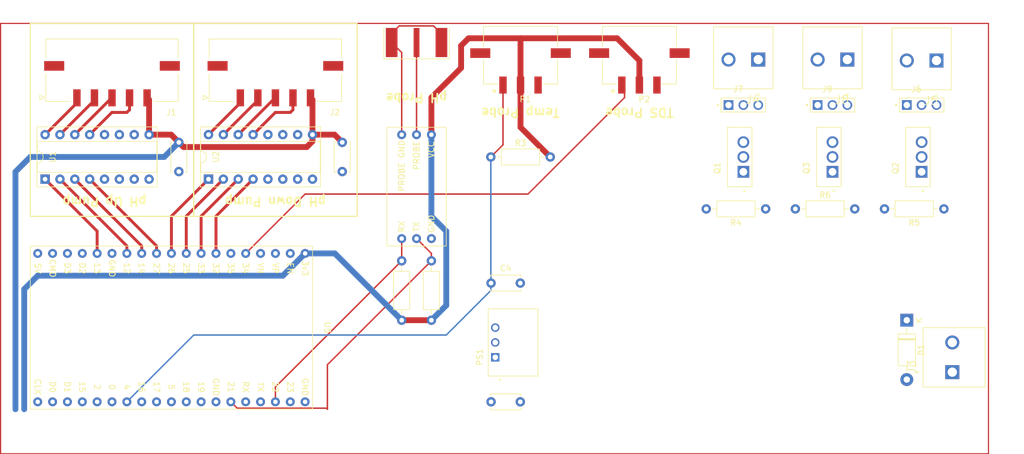
<source format=kicad_pcb>
(kicad_pcb (version 20211014) (generator pcbnew)
  (layers (0 "F.Cu" signal) (31 "B.Cu" signal) (34 "B.Paste" user) (35 "F.Paste" user) (36 "B.SilkS" user "B.Silkscreen") (37 "F.SilkS" user "F.Silkscreen") (38 "B.Mask" user) (39 "F.Mask" user) (44 "Edge.Cuts" user))
  (net 0 "")
  (net 1 "5v")
  (net 2 "GND")
  (net 3 "3v3")
  (net 16 "Net-(D1-Pad1)")
  (net 17 "Net-(U3-Pad1)")
  (net 18 "tmp")
  (net 19 "SDA")
  (net 20 "SCL")
  (net 21 "Net-(U3-Pad2)")
  (net 43 "tds")
  (net 48 "Net-(J1-Pad1)")
  (net 49 "Net-(J1-Pad2)")
  (net 52 "Net-(J1-Pad3)")
  (net 53 "Net-(J1-Pad4)")
  (net 54 "Net-(J2-Pad1)")
  (net 55 "Net-(J2-Pad2)")
  (net 58 "Net-(J2-Pad3)")
  (net 59 "Net-(J2-Pad4)")
  (net 60 "A1")
  (net 61 "B1")
  (net 62 "C1")
  (net 63 "D1")
  (net 64 "A2")
  (net 65 "B2")
  (net 66 "C2")
  (net 67 "D2")
  (net 69 "Net-(J4-Pad1)")
  (net 70 "12v")
  (net 71 "Net-(J5-Pad1)")
  (net 72 "Net-(J4-Pad2)")
  (net 73 "Nutrients")
  (net 74 "Extra")
  (net 75 "Circulation")
  (net 76 "Net-(J5-Pad2)")
  (net 77 "Net-(J8-Pad1)")
  (net 78 "Net-(J8-Pad2)")
  (footprint "Capacitor_THT:C_Disc_D5.0mm_W2.5mm_P5.00mm" (layer "F.Cu") (at 118.07 93.98 180)
    (fp_text reference "C3" hide)
    (fp_text value "C")
    (fp_line (start -0.12 -1.37) (end 5.12 -1.37) (layer "F.SilkS") (width 0.12))
    (fp_line (start -0.12 1.055) (end -0.12 1.37) (layer "F.SilkS") (width 0.12))
    (fp_line (start -0.12 1.37) (end 5.12 1.37) (layer "F.SilkS") (width 0.12))
    (fp_line (start 5.12 -1.37) (end 5.12 -1.055) (layer "F.SilkS") (width 0.12))
    (fp_line (start -0.12 -1.37) (end -0.12 -1.055) (layer "F.SilkS") (width 0.12))
    (fp_line (start 5.12 1.055) (end 5.12 1.37) (layer "F.SilkS") (width 0.12))
    (pad "1" thru_hole circle (at 0 0 180) (size 1.6 1.6) (drill 0.8) (layers *.Cu *.Mask) (net 1 "5v"))
    (pad "2" thru_hole circle (at 5 0 180) (size 1.6 1.6) (drill 0.8) (layers *.Cu *.Mask) (net 2 "GND"))
  )
  (footprint "SnapEDA Library:MOLEX_436500513" (layer "F.Cu") (at 76.2 36.83 180)
    (fp_text reference "J2" (at -10.16 -7.62) (layer "F.SilkS"))
    (fp_text value "436500513" hide)
    (fp_line (start 11.325 4.95) (end 11.325 1.68) (layer "F.SilkS") (width 0.127))
    (fp_line (start 12.35 -5.47) (end 12.35 -4.67) (layer "F.SilkS") (width 0.127))
    (fp_line (start 12.35 -4.67) (end 11.55 -5.07) (layer "F.SilkS") (width 0.127))
    (fp_line (start 11.325 -5.75) (end 7.11 -5.75) (layer "F.SilkS") (width 0.127))
    (fp_line (start 11.325 4.95) (end -11.325 4.95) (layer "F.SilkS") (width 0.127))
    (fp_line (start -11.325 -5.75) (end -11.325 -1) (layer "F.SilkS") (width 0.127))
    (fp_line (start 11.55 -5.07) (end 12.35 -5.47) (layer "F.SilkS") (width 0.127))
    (fp_line (start -11.325 -5.75) (end -7.11 -5.75) (layer "F.SilkS") (width 0.127))
    (fp_line (start 11.325 -5.75) (end 11.325 -1) (layer "F.SilkS") (width 0.127))
    (fp_line (start -11.325 1.68) (end -11.325 4.95) (layer "F.SilkS") (width 0.127))
    (pad "1" smd rect locked (at 6 -5.12 180) (size 1.27 2.92) (layers "F.Cu" "F.Paste") (net 54 "Net-(J2-Pad1)"))
    (pad "2" smd rect locked (at 3 -5.12 180) (size 1.27 2.92) (layers "F.Cu" "F.Paste") (net 55 "Net-(J2-Pad2)"))
    (pad "3" smd rect locked (at 0 -5.12 180) (size 1.27 2.92) (layers "F.Cu" "F.Paste") (net 58 "Net-(J2-Pad3)"))
    (pad "4" smd rect locked (at -3 -5.12 180) (size 1.27 2.92) (layers "F.Cu" "F.Paste") (net 59 "Net-(J2-Pad4)"))
    (pad "5" smd rect locked (at -6 -5.12 180) (size 1.27 2.92) (layers "F.Cu" "F.Paste") (net 1 "5v"))
    (pad "S1" smd rect locked (at 9.885 0.35 180) (size 3.43 1.65) (layers "F.Cu" "F.Paste"))
    (pad "S2" smd rect locked (at -9.885 0.35 180) (size 3.43 1.65) (layers "F.Cu" "F.Paste"))
  )
  (footprint "SnapEDA Library:CUI_TB009-508-02BE" (layer "F.Cu") (at 158.75 35.3975 180)
    (fp_text reference "J4" (at 0.905 -6.889) (layer "F.SilkS") (effects (font (size 1.4 1.4))))
    (fp_text value "TB009-508-02BE")
    (fp_line (start -2.54 -5) (end 7.62 -5) (layer "F.SilkS") (width 0.127))
    (fp_line (start -2.54 5.6) (end -2.54 -5) (layer "F.SilkS") (width 0.127))
    (fp_line (start 7.62 5.6) (end -2.54 5.6) (layer "F.SilkS") (width 0.127))
    (fp_line (start 7.62 -5) (end 7.62 5.6) (layer "F.SilkS") (width 0.127))
    (fp_circle (center 0 -6) (end 0.1 -6) (layer "F.SilkS") (width 0.2) (fill none))
    (pad "1" thru_hole rect locked (at 0 0 180) (size 2.4 2.4) (drill 1.6) (layers *.Cu *.Mask) (net 69 "Net-(J4-Pad1)"))
    (pad "2" thru_hole circle locked (at 5.08 0 180) (size 2.4 2.4) (drill 1.6) (layers *.Cu *.Mask) (net 72 "Net-(J4-Pad2)"))
  )
  (footprint "Capacitor_THT:C_Disc_D5.0mm_W2.5mm_P5.00mm" (layer "F.Cu") (at 59.69 49.57 -90)
    (fp_text reference "C1" hide)
    (fp_text value "10uF")
    (fp_line (start -0.12 1.055) (end -0.12 1.37) (layer "F.SilkS") (width 0.12))
    (fp_line (start -0.12 -1.37) (end 5.12 -1.37) (layer "F.SilkS") (width 0.12))
    (fp_line (start 5.12 1.055) (end 5.12 1.37) (layer "F.SilkS") (width 0.12))
    (fp_line (start -0.12 -1.37) (end -0.12 -1.055) (layer "F.SilkS") (width 0.12))
    (fp_line (start -0.12 1.37) (end 5.12 1.37) (layer "F.SilkS") (width 0.12))
    (fp_line (start 5.12 -1.37) (end 5.12 -1.055) (layer "F.SilkS") (width 0.12))
    (pad "1" thru_hole circle (at 0 0 270) (size 1.6 1.6) (drill 0.8) (layers *.Cu *.Mask) (net 1 "5v"))
    (pad "2" thru_hole circle (at 5 0 270) (size 1.6 1.6) (drill 0.8) (layers *.Cu *.Mask) (net 2 "GND"))
  )
  (footprint "Resistor_THT:R_Axial_DIN0207_L6.3mm_D2.5mm_P10.16mm_Horizontal" (layer "F.Cu") (at 190.5 60.96 180)
    (fp_text reference "R5" (at 5.08 -2.37) (layer "F.SilkS"))
    (fp_text value "1k")
    (fp_line (start 8.35 1.37) (end 8.35 -1.37) (layer "F.SilkS") (width 0.12))
    (fp_line (start 1.81 -1.37) (end 1.81 1.37) (layer "F.SilkS") (width 0.12))
    (fp_line (start 9.12 0) (end 8.35 0) (layer "F.SilkS") (width 0.12))
    (fp_line (start 8.35 -1.37) (end 1.81 -1.37) (layer "F.SilkS") (width 0.12))
    (fp_line (start 1.04 0) (end 1.81 0) (layer "F.SilkS") (width 0.12))
    (fp_line (start 1.81 1.37) (end 8.35 1.37) (layer "F.SilkS") (width 0.12))
    (pad "1" thru_hole circle (at 0 0 180) (size 1.6 1.6) (drill 0.8) (layers *.Cu *.Mask) (net 2 "GND"))
    (pad "2" thru_hole oval (at 10.16 0 180) (size 1.6 1.6) (drill 0.8) (layers *.Cu *.Mask) (net 74 "Extra"))
  )
  (footprint "SnapEDA Library:CUI_TB009-508-02BE" (layer "F.Cu") (at 191.9325 88.9 90)
    (fp_text reference "J3" (at 0.905 -6.889 90) (layer "F.SilkS") (effects (font (size 1.4 1.4))))
    (fp_text value "TB009-508-02BE")
    (fp_line (start 7.62 5.6) (end -2.54 5.6) (layer "F.SilkS") (width 0.127))
    (fp_line (start -2.54 5.6) (end -2.54 -5) (layer "F.SilkS") (width 0.127))
    (fp_line (start -2.54 -5) (end 7.62 -5) (layer "F.SilkS") (width 0.127))
    (fp_line (start 7.62 -5) (end 7.62 5.6) (layer "F.SilkS") (width 0.127))
    (fp_circle (center 0 -6) (end 0.1 -6) (layer "F.SilkS") (width 0.2) (fill none))
    (pad "1" thru_hole rect locked (at 0 0 90) (size 2.4 2.4) (drill 1.6) (layers *.Cu *.Mask) (net 1 "5v"))
    (pad "2" thru_hole circle locked (at 5.08 0 90) (size 2.4 2.4) (drill 1.6) (layers *.Cu *.Mask) (net 16 "Net-(D1-Pad1)"))
  )
  (footprint "Resistor_THT:R_Axial_DIN0207_L6.3mm_D2.5mm_P10.16mm_Horizontal" (layer "F.Cu") (at 160.02 60.96 180)
    (fp_text reference "R4" (at 5.08 -2.37) (layer "F.SilkS"))
    (fp_text value "1k")
    (fp_line (start 9.12 0) (end 8.35 0) (layer "F.SilkS") (width 0.12))
    (fp_line (start 8.35 1.37) (end 8.35 -1.37) (layer "F.SilkS") (width 0.12))
    (fp_line (start 8.35 -1.37) (end 1.81 -1.37) (layer "F.SilkS") (width 0.12))
    (fp_line (start 1.81 1.37) (end 8.35 1.37) (layer "F.SilkS") (width 0.12))
    (fp_line (start 1.81 -1.37) (end 1.81 1.37) (layer "F.SilkS") (width 0.12))
    (fp_line (start 1.04 0) (end 1.81 0) (layer "F.SilkS") (width 0.12))
    (pad "1" thru_hole circle (at 0 0 180) (size 1.6 1.6) (drill 0.8) (layers *.Cu *.Mask) (net 2 "GND"))
    (pad "2" thru_hole oval (at 10.16 0 180) (size 1.6 1.6) (drill 0.8) (layers *.Cu *.Mask) (net 73 "Nutrients"))
  )
  (footprint "Hydro:EZO" (layer "F.Cu") (at 100.33 57.15 90)
    (fp_text reference "U3" hide)
    (fp_text value "EZO")
    (fp_text user "RX" (at -6.858 -2.54 90 unlocked) (layer "F.SilkS"))
    (fp_text user "TX" (at -6.858 0 90 unlocked) (layer "F.SilkS"))
    (fp_text user "VCC" (at 6.35 2.54 90 unlocked) (layer "F.SilkS"))
    (fp_text user "GND" (at -6.35 2.54 90 unlocked) (layer "F.SilkS"))
    (fp_text user "PROBE GND" (at 3.556 -2.54 90 unlocked) (layer "F.SilkS"))
    (fp_text user "PROBE" (at 5.334 0 90 unlocked) (layer "F.SilkS"))
    (fp_rect (start 10.16 -5.08) (end -10.16 5.08) (layer "F.SilkS") (width 0.12) (fill none))
    (pad "1" thru_hole circle (at 8.89 -2.54 90) (size 1.524 1.524) (drill 0.762) (layers *.Cu *.Mask) (net 17 "Net-(U3-Pad1)"))
    (pad "2" thru_hole circle (at 8.89 0 90) (size 1.524 1.524) (drill 0.762) (layers *.Cu *.Mask) (net 21 "Net-(U3-Pad2)"))
    (pad "3" thru_hole circle (at 8.89 2.54 90) (size 1.524 1.524) (drill 0.762) (layers *.Cu *.Mask) (net 3 "3v3"))
    (pad "4" thru_hole circle (at -8.89 -2.54 90) (size 1.524 1.524) (drill 0.762) (layers *.Cu *.Mask) (net 20 "SCL"))
    (pad "5" thru_hole circle (at -8.89 0 90) (size 1.524 1.524) (drill 0.762) (layers *.Cu *.Mask) (net 19 "SDA"))
    (pad "6" thru_hole circle (at -8.89 2.54 90) (size 1.524 1.524) (drill 0.762) (layers *.Cu *.Mask) (net 2 "GND"))
  )
  (footprint "SnapEDA Library:CUI_TB009-508-02BE" (layer "F.Cu") (at 189.23 35.56 180)
    (fp_text reference "J5" (at 0.905 -6.889) (layer "F.SilkS") (effects (font (size 1.4 1.4))))
    (fp_text value "TB009-508-02BE")
    (fp_line (start 7.62 5.6) (end -2.54 5.6) (layer "F.SilkS") (width 0.127))
    (fp_line (start -2.54 5.6) (end -2.54 -5) (layer "F.SilkS") (width 0.127))
    (fp_line (start 7.62 -5) (end 7.62 5.6) (layer "F.SilkS") (width 0.127))
    (fp_line (start -2.54 -5) (end 7.62 -5) (layer "F.SilkS") (width 0.127))
    (fp_circle (center 0 -6) (end 0.1 -6) (layer "F.SilkS") (width 0.2) (fill none))
    (pad "1" thru_hole rect locked (at 0 0 180) (size 2.4 2.4) (drill 1.6) (layers *.Cu *.Mask) (net 71 "Net-(J5-Pad1)"))
    (pad "2" thru_hole circle locked (at 5.08 0 180) (size 2.4 2.4) (drill 1.6) (layers *.Cu *.Mask) (net 76 "Net-(J5-Pad2)"))
  )
  (footprint "SnapEDA Library:AMPHENOL_75160-101-03LF" (layer "F.Cu") (at 171.45 43.18)
    (fp_text reference "J9" (at -0.885 -2.71) (layer "F.SilkS"))
    (fp_text value "75160-101-03LF")
    (fp_line (start 3.81 -1.2) (end -3.81 -1.2) (layer "F.SilkS") (width 0.127))
    (fp_line (start -3.81 -1.2) (end -3.81 1.2) (layer "F.SilkS") (width 0.127))
    (fp_line (start 3.81 1.2) (end 3.81 -1.2) (layer "F.SilkS") (width 0.127))
    (fp_line (start -3.81 1.2) (end 3.81 1.2) (layer "F.SilkS") (width 0.127))
    (fp_circle (center -4.365 0) (end -4.265 0) (layer "F.SilkS") (width 0.2) (fill none))
    (pad "1" thru_hole rect locked (at -2.54 0) (size 1.65 1.65) (drill 1.1) (layers *.Cu *.Mask) (net 70 "12v"))
    (pad "2" thru_hole circle locked (at 0 0) (size 1.65 1.65) (drill 1.1) (layers *.Cu *.Mask) (net 78 "Net-(J8-Pad2)"))
    (pad "3" thru_hole circle locked (at 2.54 0) (size 1.65 1.65) (drill 1.1) (layers *.Cu *.Mask) (net 1 "5v"))
  )
  (footprint "SnapEDA Library:CUI_TB009-508-02BE" (layer "F.Cu") (at 173.99 35.3975 180)
    (fp_text reference "J8" (at 0.905 -6.889) (layer "F.SilkS") (effects (font (size 1.4 1.4))))
    (fp_text value "TB009-508-02BE")
    (fp_line (start -2.54 -5) (end 7.62 -5) (layer "F.SilkS") (width 0.127))
    (fp_line (start -2.54 5.6) (end -2.54 -5) (layer "F.SilkS") (width 0.127))
    (fp_line (start 7.62 -5) (end 7.62 5.6) (layer "F.SilkS") (width 0.127))
    (fp_line (start 7.62 5.6) (end -2.54 5.6) (layer "F.SilkS") (width 0.127))
    (fp_circle (center 0 -6) (end 0.1 -6) (layer "F.SilkS") (width 0.2) (fill none))
    (pad "1" thru_hole rect locked (at 0 0 180) (size 2.4 2.4) (drill 1.6) (layers *.Cu *.Mask) (net 77 "Net-(J8-Pad1)"))
    (pad "2" thru_hole circle locked (at 5.08 0 180) (size 2.4 2.4) (drill 1.6) (layers *.Cu *.Mask) (net 78 "Net-(J8-Pad2)"))
  )
  (footprint "43650-0313 (1):MOLEX_43650-0313" (layer "F.Cu") (at 138.43 34.29 180)
    (fp_text reference "P2" (at -0.82642 -7.89864) (layer "F.SilkS") (effects (font (size 1.001732 1.001732))))
    (fp_text value "43650-0313")
    (fp_line (start -6.325 -5.3) (end -3.9 -5.3) (layer "F.SilkS") (width 0.127))
    (fp_line (start -6.325 4.6) (end -6.325 1.075) (layer "F.SilkS") (width 0.127))
    (fp_line (start 6.325 4.6) (end -6.325 4.6) (layer "F.SilkS") (width 0.127))
    (fp_line (start -6.325 -1.075) (end -6.325 -5.3) (layer "F.SilkS") (width 0.127))
    (fp_line (start 6.325 1.075) (end 6.325 4.6) (layer "F.SilkS") (width 0.127))
    (fp_line (start 3.9 -5.3) (end 6.325 -5.3) (layer "F.SilkS") (width 0.127))
    (fp_line (start 6.325 -5.3) (end 6.325 -1.075) (layer "F.SilkS") (width 0.127))
    (fp_circle (center 4.5 -6.5) (end 4.8 -6.5) (layer "F.SilkS") (width 0) (fill solid))
    (pad "1" smd rect locked (at 3 -5.47 180) (size 1.27 2.92) (layers "F.Cu" "F.Paste" "F.Mask") (net 43 "tds"))
    (pad "2" smd rect locked (at 0 -5.47 180) (size 1.27 2.92) (layers "F.Cu" "F.Paste" "F.Mask") (net 3 "3v3"))
    (pad "3" smd rect locked (at -3 -5.47 180) (size 1.27 2.92) (layers "F.Cu" "F.Paste" "F.Mask") (net 2 "GND"))
    (pad "P1" smd rect locked (at 6.885 0 180) (size 3.43 1.65) (layers "F.Cu" "F.Paste" "F.Mask"))
    (pad "P2" smd rect locked (at -6.885 0 180) (size 3.43 1.65) (layers "F.Cu" "F.Paste" "F.Mask"))
  )
  (footprint "SnapEDA Library:AMPHENOL_75160-101-03LF" (layer "F.Cu") (at 186.69 43.18)
    (fp_text reference "J6" (at -0.885 -2.71) (layer "F.SilkS"))
    (fp_text value "75160-101-03LF")
    (fp_line (start 3.81 -1.2) (end -3.81 -1.2) (layer "F.SilkS") (width 0.127))
    (fp_line (start 3.81 1.2) (end 3.81 -1.2) (layer "F.SilkS") (width 0.127))
    (fp_line (start -3.81 1.2) (end 3.81 1.2) (layer "F.SilkS") (width 0.127))
    (fp_line (start -3.81 -1.2) (end -3.81 1.2) (layer "F.SilkS") (width 0.127))
    (fp_circle (center -4.365 0) (end -4.265 0) (layer "F.SilkS") (width 0.2) (fill none))
    (pad "1" thru_hole rect locked (at -2.54 0) (size 1.65 1.65) (drill 1.1) (layers *.Cu *.Mask) (net 70 "12v"))
    (pad "2" thru_hole circle locked (at 0 0) (size 1.65 1.65) (drill 1.1) (layers *.Cu *.Mask) (net 76 "Net-(J5-Pad2)"))
    (pad "3" thru_hole circle locked (at 2.54 0) (size 1.65 1.65) (drill 1.1) (layers *.Cu *.Mask) (net 1 "5v"))
  )
  (footprint "Package_DIP:DIP-16_W7.62mm_Socket" (layer "F.Cu") (at 64.76 55.87 90)
    (fp_text reference "U2" (at 3.81 1.28 90) (layer "F.SilkS"))
    (fp_text value "ULN2003A")
    (fp_line (start 2.81 -1.33) (end 1.16 -1.33) (layer "F.SilkS") (width 0.12))
    (fp_line (start 1.16 19.11) (end 6.46 19.11) (layer "F.SilkS") (width 0.12))
    (fp_line (start 6.46 -1.33) (end 4.81 -1.33) (layer "F.SilkS") (width 0.12))
    (fp_line (start -1.33 -1.39) (end -1.33 19.17) (layer "F.SilkS") (width 0.12))
    (fp_line (start -1.33 19.17) (end 8.95 19.17) (layer "F.SilkS") (width 0.12))
    (fp_line (start 6.46 19.11) (end 6.46 -1.33) (layer "F.SilkS") (width 0.12))
    (fp_line (start 1.16 -1.33) (end 1.16 19.11) (layer "F.SilkS") (width 0.12))
    (fp_line (start 8.95 -1.39) (end -1.33 -1.39) (layer "F.SilkS") (width 0.12))
    (fp_line (start 8.95 19.17) (end 8.95 -1.39) (layer "F.SilkS") (width 0.12))
    (fp_arc (start 4.81 -1.33) (mid 3.81 -0.33) (end 2.81 -1.33) (layer "F.SilkS") (width 0.12))
    (pad "1" thru_hole rect (at 0 0 90) (size 1.6 1.6) (drill 0.8) (layers *.Cu *.Mask) (net 64 "A2"))
    (pad "2" thru_hole oval (at 0 2.54 90) (size 1.6 1.6) (drill 0.8) (layers *.Cu *.Mask) (net 65 "B2"))
    (pad "3" thru_hole oval (at 0 5.08 90) (size 1.6 1.6) (drill 0.8) (layers *.Cu *.Mask) (net 66 "C2"))
    (pad "4" thru_hole oval (at 0 7.62 90) (size 1.6 1.6) (drill 0.8) (layers *.Cu *.Mask) (net 67 "D2"))
    (pad "5" thru_hole oval (at 0 10.16 90) (size 1.6 1.6) (drill 0.8) (layers *.Cu *.Mask))
    (pad "6" thru_hole oval (at 0 12.7 90) (size 1.6 1.6) (drill 0.8) (layers *.Cu *.Mask))
    (pad "7" thru_hole oval (at 0 15.24 90) (size 1.6 1.6) (drill 0.8) (layers *.Cu *.Mask))
    (pad "8" thru_hole oval (at 0 17.78 90) (size 1.6 1.6) (drill 0.8) (layers *.Cu *.Mask) (net 2 "GND"))
    (pad "9" thru_hole oval (at 7.62 17.78 90) (size 1.6 1.6) (drill 0.8) (layers *.Cu *.Mask) (net 1 "5v"))
    (pad "10" thru_hole oval (at 7.62 15.24 90) (size 1.6 1.6) (drill 0.8) (layers *.Cu *.Mask))
    (pad "11" thru_hole oval (at 7.62 12.7 90) (size 1.6 1.6) (drill 0.8) (layers *.Cu *.Mask))
    (pad "12" thru_hole oval (at 7.62 10.16 90) (size 1.6 1.6) (drill 0.8) (layers *.Cu *.Mask))
    (pad "13" thru_hole oval (at 7.62 7.62 90) (size 1.6 1.6) (drill 0.8) (layers *.Cu *.Mask) (net 59 "Net-(J2-Pad4)"))
    (pad "14" thru_hole oval (at 7.62 5.08 90) (size 1.6 1.6) (drill 0.8) (layers *.Cu *.Mask) (net 58 "Net-(J2-Pad3)"))
    (pad "15" thru_hole oval (at 7.62 2.54 90) (size 1.6 1.6) (drill 0.8) (layers *.Cu *.Mask) (net 55 "Net-(J2-Pad2)"))
    (pad "16" thru_hole oval (at 7.62 0 90) (size 1.6 1.6) (drill 0.8) (layers *.Cu *.Mask) (net 54 "Net-(J2-Pad1)"))
  )
  (footprint "SnapEDA Library:CONV_R-78B3.3-2.0" (layer "F.Cu") (at 116.84 83.82 90)
    (fp_text reference "PS1" (at -2.54 -5.715 90) (layer "F.SilkS"))
    (fp_text value "R-78B3.3-2.0")
    (fp_line (start 5.75 -4.25) (end -5.75 -4.25) (layer "F.SilkS") (width 0.127))
    (fp_line (start -5.75 -4.25) (end -5.75 4.25) (layer "F.SilkS") (width 0.127))
    (fp_line (start 5.75 4.25) (end 5.75 -4.25) (layer "F.SilkS") (width 0.127))
    (fp_line (start -5.75 4.25) (end 5.75 4.25) (layer "F.SilkS") (width 0.127))
    (fp_circle (center -6.35 -2.25) (end -6.25 -2.25) (layer "F.SilkS") (width 0.2) (fill none))
    (pad "1" thru_hole rect locked (at -2.54 -3.05 90) (size 1.448 1.448) (drill 0.94) (layers *.Cu *.Mask) (net 1 "5v"))
    (pad "2" thru_hole circle locked (at 0 -3.05 90) (size 1.448 1.448) (drill 0.94) (layers *.Cu *.Mask) (net 2 "GND"))
    (pad "3" thru_hole circle locked (at 2.54 -3.05 90) (size 1.448 1.448) (drill 0.94) (layers *.Cu *.Mask) (net 3 "3v3"))
  )
  (footprint "Capacitor_THT:C_Disc_D5.0mm_W2.5mm_P5.00mm" (layer "F.Cu") (at 118.07 73.66 180)
    (fp_text reference "C4" (at 2.5 2.54) (layer "F.SilkS"))
    (fp_text value "C" hide)
    (fp_line (start 5.12 1.055) (end 5.12 1.37) (layer "F.SilkS") (width 0.12))
    (fp_line (start -0.12 1.055) (end -0.12 1.37) (layer "F.SilkS") (width 0.12))
    (fp_line (start -0.12 -1.37) (end -0.12 -1.055) (layer "F.SilkS") (width 0.12))
    (fp_line (start 5.12 -1.37) (end 5.12 -1.055) (layer "F.SilkS") (width 0.12))
    (fp_line (start -0.12 -1.37) (end 5.12 -1.37) (layer "F.SilkS") (width 0.12))
    (fp_line (start -0.12 1.37) (end 5.12 1.37) (layer "F.SilkS") (width 0.12))
    (pad "1" thru_hole circle (at 0 0 180) (size 1.6 1.6) (drill 0.8) (layers *.Cu *.Mask) (net 3 "3v3"))
    (pad "2" thru_hole circle (at 5 0 180) (size 1.6 1.6) (drill 0.8) (layers *.Cu *.Mask) (net 2 "GND"))
  )
  (footprint "43650-0313 (1):MOLEX_43650-0313" (layer "F.Cu") (at 118.11 34.29 180)
    (fp_text reference "P1" (at -0.82642 -7.89864) (layer "F.SilkS") (effects (font (size 1.001732 1.001732))))
    (fp_text value "43650-0313")
    (fp_line (start 6.325 4.6) (end -6.325 4.6) (layer "F.SilkS") (width 0.127))
    (fp_line (start -6.325 -1.075) (end -6.325 -5.3) (layer "F.SilkS") (width 0.127))
    (fp_line (start -6.325 -5.3) (end -3.9 -5.3) (layer "F.SilkS") (width 0.127))
    (fp_line (start 6.325 -5.3) (end 6.325 -1.075) (layer "F.SilkS") (width 0.127))
    (fp_line (start -6.325 4.6) (end -6.325 1.075) (layer "F.SilkS") (width 0.127))
    (fp_line (start 3.9 -5.3) (end 6.325 -5.3) (layer "F.SilkS") (width 0.127))
    (fp_line (start 6.325 1.075) (end 6.325 4.6) (layer "F.SilkS") (width 0.127))
    (fp_circle (center 4.5 -6.5) (end 4.8 -6.5) (layer "F.SilkS") (width 0) (fill solid))
    (pad "1" smd rect locked (at 3 -5.47 180) (size 1.27 2.92) (layers "F.Cu" "F.Paste" "F.Mask") (net 18 "tmp"))
    (pad "2" smd rect locked (at 0 -5.47 180) (size 1.27 2.92) (layers "F.Cu" "F.Paste" "F.Mask") (net 3 "3v3"))
    (pad "3" smd rect locked (at -3 -5.47 180) (size 1.27 2.92) (layers "F.Cu" "F.Paste" "F.Mask") (net 2 "GND"))
    (pad "P1" smd rect locked (at 6.885 0 180) (size 3.43 1.65) (layers "F.Cu" "F.Paste" "F.Mask"))
    (pad "P2" smd rect locked (at -6.885 0 180) (size 3.43 1.65) (layers "F.Cu" "F.Paste" "F.Mask"))
  )
  (footprint "Capacitor_THT:C_Disc_D5.0mm_W2.5mm_P5.00mm" (layer "F.Cu") (at 87.63 49.57 -90)
    (fp_text reference "C2" hide)
    (fp_text value "10uF")
    (fp_line (start 5.12 1.055) (end 5.12 1.37) (layer "F.SilkS") (width 0.12))
    (fp_line (start 5.12 -1.37) (end 5.12 -1.055) (layer "F.SilkS") (width 0.12))
    (fp_line (start -0.12 1.055) (end -0.12 1.37) (layer "F.SilkS") (width 0.12))
    (fp_line (start -0.12 1.37) (end 5.12 1.37) (layer "F.SilkS") (width 0.12))
    (fp_line (start -0.12 -1.37) (end 5.12 -1.37) (layer "F.SilkS") (width 0.12))
    (fp_line (start -0.12 -1.37) (end -0.12 -1.055) (layer "F.SilkS") (width 0.12))
    (pad "1" thru_hole circle (at 0 0 270) (size 1.6 1.6) (drill 0.8) (layers *.Cu *.Mask) (net 1 "5v"))
    (pad "2" thru_hole circle (at 5 0 270) (size 1.6 1.6) (drill 0.8) (layers *.Cu *.Mask) (net 2 "GND"))
  )
  (footprint "Resistor_THT:R_Axial_DIN0207_L6.3mm_D2.5mm_P10.16mm_Horizontal" (layer "F.Cu") (at 97.79 80.01 90)
    (fp_text reference "R2" hide)
    (fp_text value "4.7k")
    (fp_line (start 8.35 -1.37) (end 1.81 -1.37) (layer "F.SilkS") (width 0.12))
    (fp_line (start 1.04 0) (end 1.81 0) (layer "F.SilkS") (width 0.12))
    (fp_line (start 1.81 -1.37) (end 1.81 1.37) (layer "F.SilkS") (width 0.12))
    (fp_line (start 1.81 1.37) (end 8.35 1.37) (layer "F.SilkS") (width 0.12))
    (fp_line (start 8.35 1.37) (end 8.35 -1.37) (layer "F.SilkS") (width 0.12))
    (fp_line (start 9.12 0) (end 8.35 0) (layer "F.SilkS") (width 0.12))
    (pad "1" thru_hole circle (at 0 0 90) (size 1.6 1.6) (drill 0.8) (layers *.Cu *.Mask) (net 3 "3v3"))
    (pad "2" thru_hole oval (at 10.16 0 90) (size 1.6 1.6) (drill 0.8) (layers *.Cu *.Mask) (net 20 "SCL"))
  )
  (footprint "SnapEDA Library:TO254P1067X483X2057-3" (layer "F.Cu") (at 156.21 52.07 90)
    (fp_text reference "Q1" (at -1.905 -4.445 90) (layer "F.SilkS"))
    (fp_text value "IRLB8721PBF")
    (fp_line (start -5.08 1.475) (end -5.08 -2.72) (layer "F.SilkS") (width 0.127))
    (fp_line (start -5.08 -2.72) (end 5.08 -2.72) (layer "F.SilkS") (width 0.127))
    (fp_line (start 5.08 1.475) (end -5.08 1.475) (layer "F.SilkS") (width 0.127))
    (fp_line (start 5.08 -2.72) (end 5.08 1.475) (layer "F.SilkS") (width 0.127))
    (fp_circle (center -5.8 0.2) (end -5.7 0.2) (layer "F.SilkS") (width 0.2) (fill none))
    (pad "1" thru_hole rect locked (at -2.54 0 90) (size 2 2) (drill 1.33) (layers *.Cu *.Mask) (net 73 "Nutrients"))
    (pad "2" thru_hole circle locked (at 0 0 90) (size 2 2) (drill 1.33) (layers *.Cu *.Mask) (net 69 "Net-(J4-Pad1)"))
    (pad "3" thru_hole circle locked (at 2.54 0 90) (size 2 2) (drill 1.33) (layers *.Cu *.Mask) (net 2 "GND"))
  )
  (footprint "SnapEDA Library:MOLEX_436500513" (layer "F.Cu") (at 48.26 36.83 180)
    (fp_text reference "J1" (at -10.16 -7.62) (layer "F.SilkS"))
    (fp_text value "436500513" hide)
    (fp_line (start 11.325 -5.75) (end 11.325 -1) (layer "F.SilkS") (width 0.127))
    (fp_line (start 11.55 -5.07) (end 12.35 -5.47) (layer "F.SilkS") (width 0.127))
    (fp_line (start -11.325 -5.75) (end -7.11 -5.75) (layer "F.SilkS") (width 0.127))
    (fp_line (start 11.325 4.95) (end -11.325 4.95) (layer "F.SilkS") (width 0.127))
    (fp_line (start -11.325 1.68) (end -11.325 4.95) (layer "F.SilkS") (width 0.127))
    (fp_line (start 12.35 -5.47) (end 12.35 -4.67) (layer "F.SilkS") (width 0.127))
    (fp_line (start 12.35 -4.67) (end 11.55 -5.07) (layer "F.SilkS") (width 0.127))
    (fp_line (start 11.325 4.95) (end 11.325 1.68) (layer "F.SilkS") (width 0.127))
    (fp_line (start 11.325 -5.75) (end 7.11 -5.75) (layer "F.SilkS") (width 0.127))
    (fp_line (start -11.325 -5.75) (end -11.325 -1) (layer "F.SilkS") (width 0.127))
    (pad "1" smd rect locked (at 6 -5.12 180) (size 1.27 2.92) (layers "F.Cu" "F.Paste") (net 48 "Net-(J1-Pad1)"))
    (pad "2" smd rect locked (at 3 -5.12 180) (size 1.27 2.92) (layers "F.Cu" "F.Paste") (net 49 "Net-(J1-Pad2)"))
    (pad "3" smd rect locked (at 0 -5.12 180) (size 1.27 2.92) (layers "F.Cu" "F.Paste") (net 52 "Net-(J1-Pad3)"))
    (pad "4" smd rect locked (at -3 -5.12 180) (size 1.27 2.92) (layers "F.Cu" "F.Paste") (net 53 "Net-(J1-Pad4)"))
    (pad "5" smd rect locked (at -6 -5.12 180) (size 1.27 2.92) (layers "F.Cu" "F.Paste") (net 1 "5v"))
    (pad "S1" smd rect locked (at 9.885 0.35 180) (size 3.43 1.65) (layers "F.Cu" "F.Paste"))
    (pad "S2" smd rect locked (at -9.885 0.35 180) (size 3.43 1.65) (layers "F.Cu" "F.Paste"))
  )
  (footprint "SnapEDA Library:TO254P1067X483X2057-3" (layer "F.Cu") (at 171.45 52.07 90)
    (fp_text reference "Q3" (at -1.905 -4.445 90) (layer "F.SilkS"))
    (fp_text value "IRLB8721PBF")
    (fp_line (start -5.08 1.475) (end -5.08 -2.72) (layer "F.SilkS") (width 0.127))
    (fp_line (start -5.08 -2.72) (end 5.08 -2.72) (layer "F.SilkS") (width 0.127))
    (fp_line (start 5.08 1.475) (end -5.08 1.475) (layer "F.SilkS") (width 0.127))
    (fp_line (start 5.08 -2.72) (end 5.08 1.475) (layer "F.SilkS") (width 0.127))
    (fp_circle (center -5.8 0.2) (end -5.7 0.2) (layer "F.SilkS") (width 0.2) (fill none))
    (pad "1" thru_hole rect locked (at -2.54 0 90) (size 2 2) (drill 1.33) (layers *.Cu *.Mask) (net 75 "Circulation"))
    (pad "2" thru_hole circle locked (at 0 0 90) (size 2 2) (drill 1.33) (layers *.Cu *.Mask) (net 77 "Net-(J8-Pad1)"))
    (pad "3" thru_hole circle locked (at 2.54 0 90) (size 2 2) (drill 1.33) (layers *.Cu *.Mask) (net 2 "GND"))
  )
  (footprint "SnapEDA Library:AMPHENOL_75160-101-03LF" (layer "F.Cu") (at 156.21 43.18)
    (fp_text reference "J7" (at -0.885 -2.71) (layer "F.SilkS"))
    (fp_text value "75160-101-03LF")
    (fp_line (start 3.81 -1.2) (end -3.81 -1.2) (layer "F.SilkS") (width 0.127))
    (fp_line (start -3.81 1.2) (end 3.81 1.2) (layer "F.SilkS") (width 0.127))
    (fp_line (start 3.81 1.2) (end 3.81 -1.2) (layer "F.SilkS") (width 0.127))
    (fp_line (start -3.81 -1.2) (end -3.81 1.2) (layer "F.SilkS") (width 0.127))
    (fp_circle (center -4.365 0) (end -4.265 0) (layer "F.SilkS") (width 0.2) (fill none))
    (pad "1" thru_hole rect locked (at -2.54 0) (size 1.65 1.65) (drill 1.1) (layers *.Cu *.Mask) (net 70 "12v"))
    (pad "2" thru_hole circle locked (at 0 0) (size 1.65 1.65) (drill 1.1) (layers *.Cu *.Mask) (net 72 "Net-(J4-Pad2)"))
    (pad "3" thru_hole circle locked (at 2.54 0) (size 1.65 1.65) (drill 1.1) (layers *.Cu *.Mask) (net 1 "5v"))
  )
  (footprint "SnapEDA Library:TO254P1067X483X2057-3" (layer "F.Cu") (at 186.69 52.07 90)
    (fp_text reference "Q2" (at -1.905 -4.445 90) (layer "F.SilkS"))
    (fp_text value "IRLB8721PBF")
    (fp_line (start 5.08 -2.72) (end 5.08 1.475) (layer "F.SilkS") (width 0.127))
    (fp_line (start -5.08 -2.72) (end 5.08 -2.72) (layer "F.SilkS") (width 0.127))
    (fp_line (start 5.08 1.475) (end -5.08 1.475) (layer "F.SilkS") (width 0.127))
    (fp_line (start -5.08 1.475) (end -5.08 -2.72) (layer "F.SilkS") (width 0.127))
    (fp_circle (center -5.8 0.2) (end -5.7 0.2) (layer "F.SilkS") (width 0.2) (fill none))
    (pad "1" thru_hole rect locked (at -2.54 0 90) (size 2 2) (drill 1.33) (layers *.Cu *.Mask) (net 74 "Extra"))
    (pad "2" thru_hole circle locked (at 0 0 90) (size 2 2) (drill 1.33) (layers *.Cu *.Mask) (net 71 "Net-(J5-Pad1)"))
    (pad "3" thru_hole circle locked (at 2.54 0 90) (size 2 2) (drill 1.33) (layers *.Cu *.Mask) (net 2 "GND"))
  )
  (footprint "Resistor_THT:R_Axial_DIN0207_L6.3mm_D2.5mm_P10.16mm_Horizontal" (layer "F.Cu") (at 165.1 60.96)
    (fp_text reference "R6" (at 5.08 -2.37) (layer "F.SilkS"))
    (fp_text value "1k")
    (fp_line (start 1.04 0) (end 1.81 0) (layer "F.SilkS") (width 0.12))
    (fp_line (start 1.81 -1.37) (end 1.81 1.37) (layer "F.SilkS") (width 0.12))
    (fp_line (start 8.35 -1.37) (end 1.81 -1.37) (layer "F.SilkS") (width 0.12))
    (fp_line (start 9.12 0) (end 8.35 0) (layer "F.SilkS") (width 0.12))
    (fp_line (start 8.35 1.37) (end 8.35 -1.37) (layer "F.SilkS") (width 0.12))
    (fp_line (start 1.81 1.37) (end 8.35 1.37) (layer "F.SilkS") (width 0.12))
    (pad "1" thru_hole circle (at 0 0) (size 1.6 1.6) (drill 0.8) (layers *.Cu *.Mask) (net 2 "GND"))
    (pad "2" thru_hole oval (at 10.16 0) (size 1.6 1.6) (drill 0.8) (layers *.Cu *.Mask) (net 75 "Circulation"))
  )
  (footprint "Diode_THT:D_DO-41_SOD81_P10.16mm_Horizontal" (layer "F.Cu") (at 184.15 80.01 -90)
    (fp_text reference "D1" (at 5.08 -2.47 90) (layer "F.SilkS"))
    (fp_text value "1N4007")
    (fp_text user "K" (at 0 -2.1 90) (layer "F.SilkS"))
    (fp_line (start 2.36 1.47) (end 7.8 1.47) (layer "F.SilkS") (width 0.12))
    (fp_line (start 7.8 -1.47) (end 2.36 -1.47) (layer "F.SilkS") (width 0.12))
    (fp_line (start 8.82 0) (end 7.8 0) (layer "F.SilkS") (width 0.12))
    (fp_line (start 3.38 -1.47) (end 3.38 1.47) (layer "F.SilkS") (width 0.12))
    (fp_line (start 7.8 1.47) (end 7.8 -1.47) (layer "F.SilkS") (width 0.12))
    (fp_line (start 3.14 -1.47) (end 3.14 1.47) (layer "F.SilkS") (width 0.12))
    (fp_line (start 2.36 -1.47) (end 2.36 1.47) (layer "F.SilkS") (width 0.12))
    (fp_line (start 3.26 -1.47) (end 3.26 1.47) (layer "F.SilkS") (width 0.12))
    (fp_line (start 1.34 0) (end 2.36 0) (layer "F.SilkS") (width 0.12))
    (pad "1" thru_hole rect (at 0 0 270) (size 2.2 2.2) (drill 1.1) (layers *.Cu *.Mask) (net 16 "Net-(D1-Pad1)"))
    (pad "2" thru_hole oval (at 10.16 0 270) (size 2.2 2.2) (drill 1.1) (layers *.Cu *.Mask) (net 2 "GND"))
  )
  (footprint "Resistor_THT:R_Axial_DIN0207_L6.3mm_D2.5mm_P10.16mm_Horizontal" (layer "F.Cu") (at 113.03 52.07)
    (fp_text reference "R3" (at 5.08 -2.37) (layer "F.SilkS"))
    (fp_text value "4.7k")
    (fp_line (start 1.81 1.37) (end 8.35 1.37) (layer "F.SilkS") (width 0.12))
    (fp_line (start 9.12 0) (end 8.35 0) (layer "F.SilkS") (width 0.12))
    (fp_line (start 1.04 0) (end 1.81 0) (layer "F.SilkS") (width 0.12))
    (fp_line (start 8.35 -1.37) (end 1.81 -1.37) (layer "F.SilkS") (width 0.12))
    (fp_line (start 8.35 1.37) (end 8.35 -1.37) (layer "F.SilkS") (width 0.12))
    (fp_line (start 1.81 -1.37) (end 1.81 1.37) (layer "F.SilkS") (width 0.12))
    (pad "1" thru_hole circle (at 0 0) (size 1.6 1.6) (drill 0.8) (layers *.Cu *.Mask) (net 18 "tmp"))
    (pad "2" thru_hole oval (at 10.16 0) (size 1.6 1.6) (drill 0.8) (layers *.Cu *.Mask) (net 3 "3v3"))
  )
  (footprint "Package_DIP:DIP-16_W7.62mm_Socket" (layer "F.Cu") (at 36.82 55.87 90)
    (fp_text reference "U1" (at 3.81 1.28 90) (layer "F.SilkS"))
    (fp_text value "ULN2003A")
    (fp_line (start 6.46 19.11) (end 6.46 -1.33) (layer "F.SilkS") (width 0.12))
    (fp_line (start 8.95 19.17) (end 8.95 -1.39) (layer "F.SilkS") (width 0.12))
    (fp_line (start -1.33 19.17) (end 8.95 19.17) (layer "F.SilkS") (width 0.12))
    (fp_line (start 8.95 -1.39) (end -1.33 -1.39) (layer "F.SilkS") (width 0.12))
    (fp_line (start -1.33 -1.39) (end -1.33 19.17) (layer "F.SilkS") (width 0.12))
    (fp_line (start 1.16 -1.33) (end 1.16 19.11) (layer "F.SilkS") (width 0.12))
    (fp_line (start 6.46 -1.33) (end 4.81 -1.33) (layer "F.SilkS") (width 0.12))
    (fp_line (start 1.16 19.11) (end 6.46 19.11) (layer "F.SilkS") (width 0.12))
    (fp_line (start 2.81 -1.33) (end 1.16 -1.33) (layer "F.SilkS") (width 0.12))
    (fp_arc (start 4.81 -1.33) (mid 3.81 -0.33) (end 2.81 -1.33) (layer "F.SilkS") (width 0.12))
    (pad "1" thru_hole rect (at 0 0 90) (size 1.6 1.6) (drill 0.8) (layers *.Cu *.Mask) (net 60 "A1"))
    (pad "2" thru_hole oval (at 0 2.54 90) (size 1.6 1.6) (drill 0.8) (layers *.Cu *.Mask) (net 61 "B1"))
    (pad "3" thru_hole oval (at 0 5.08 90) (size 1.6 1.6) (drill 0.8) (layers *.Cu *.Mask) (net 62 "C1"))
    (pad "4" thru_hole oval (at 0 7.62 90) (size 1.6 1.6) (drill 0.8) (layers *.Cu *.Mask) (net 63 "D1"))
    (pad "5" thru_hole oval (at 0 10.16 90) (size 1.6 1.6) (drill 0.8) (layers *.Cu *.Mask))
    (pad "6" thru_hole oval (at 0 12.7 90) (size 1.6 1.6) (drill 0.8) (layers *.Cu *.Mask))
    (pad "7" thru_hole oval (at 0 15.24 90) (size 1.6 1.6) (drill 0.8) (layers *.Cu *.Mask))
    (pad "8" thru_hole oval (at 0 17.78 90) (size 1.6 1.6) (drill 0.8) (layers *.Cu *.Mask) (net 2 "GND"))
    (pad "9" thru_hole oval (at 7.62 17.78 90) (size 1.6 1.6) (drill 0.8) (layers *.Cu *.Mask) (net 1 "5v"))
    (pad "10" thru_hole oval (at 7.62 15.24 90) (size 1.6 1.6) (drill 0.8) (layers *.Cu *.Mask))
    (pad "11" thru_hole oval (at 7.62 12.7 90) (size 1.6 1.6) (drill 0.8) (layers *.Cu *.Mask))
    (pad "12" thru_hole oval (at 7.62 10.16 90) (size 1.6 1.6) (drill 0.8) (layers *.Cu *.Mask))
    (pad "13" thru_hole oval (at 7.62 7.62 90) (size 1.6 1.6) (drill 0.8) (layers *.Cu *.Mask) (net 53 "Net-(J1-Pad4)"))
    (pad "14" thru_hole oval (at 7.62 5.08 90) (size 1.6 1.6) (drill 0.8) (layers *.Cu *.Mask) (net 52 "Net-(J1-Pad3)"))
    (pad "15" thru_hole oval (at 7.62 2.54 90) (size 1.6 1.6) (drill 0.8) (layers *.Cu *.Mask) (net 49 "Net-(J1-Pad2)"))
    (pad "16" thru_hole oval (at 7.62 0 90) (size 1.6 1.6) (drill 0.8) (layers *.Cu *.Mask) (net 48 "Net-(J1-Pad1)"))
  )
  (footprint "Hydro:ESP32-WROOM-32U" (layer "F.Cu") (at 81.28 68.58 -90)
    (fp_text reference "U5" (at 12.7 -3.81 -90 unlocked) (layer "F.SilkS"))
    (fp_text value "ESP32-WROOM-32U")
    (fp_text user "RX" (at 22.86 10.16 -90 unlocked) (layer "F.SilkS"))
    (fp_text user "34" (at 2.54 10.16 -90 unlocked) (layer "F.SilkS"))
    (fp_text user "23" (at 22.86 2.54 -90 unlocked) (layer "F.SilkS"))
    (fp_text user "18" (at 22.86 20.32 -90 unlocked) (layer "F.SilkS"))
    (fp_text user "15" (at 22.86 38.1 -90 unlocked) (layer "F.SilkS"))
    (fp_text user "TX" (at 22.86 7.62 -90 unlocked) (layer "F.SilkS"))
    (fp_text user "5V" (at 2.54 45.72 -90 unlocked) (layer "F.SilkS"))
    (fp_text user "2" (at 22.86 35.56 -90 unlocked) (layer "F.SilkS"))
    (fp_text user "4" (at 22.86 30.48 -90 unlocked) (layer "F.SilkS"))
    (fp_text user "27" (at 2.54 25.4 -90 unlocked) (layer "F.SilkS"))
    (fp_text user "19" (at 22.86 17.78 -90 unlocked) (layer "F.SilkS"))
    (fp_text user "VN" (at 2.54 7.62 -90 unlocked) (layer "F.SilkS"))
    (fp_text user "0" (at 22.86 33.02 -90 unlocked) (layer "F.SilkS"))
    (fp_text user "21" (at 22.86 12.7 -90 unlocked) (layer "F.SilkS"))
    (fp_text user "D0" (at 22.86 43.18 -90 unlocked) (layer "F.SilkS"))
    (fp_text user "VP" (at 2.54 5.08 -90 unlocked) (layer "F.SilkS"))
    (fp_text user "17" (at 22.86 25.4 -90 unlocked) (layer "F.SilkS"))
    (fp_text user "26" (at 2.54 22.86 -90 unlocked) (layer "F.SilkS"))
    (fp_text user "13" (at 2.54 35.56 -90 unlocked) (layer "F.SilkS"))
    (fp_text user "D1" (at 22.86 40.64 -90 unlocked) (layer "F.SilkS"))
    (fp_text user "16" (at 22.86 27.94 -90 unlocked) (layer "F.SilkS"))
    (fp_text user "GND" (at 2.54 33.02 -90 unlocked) (layer "F.SilkS"))
    (fp_text user "CLK" (at 22.86 45.72 -90 unlocked) (layer "F.SilkS"))
    (fp_text user "GND" (at 22.86 15.24 -90 unlocked) (layer "F.SilkS"))
    (fp_text user "25" (at 2.54 20.32 -90 unlocked) (layer "F.SilkS"))
    (fp_text user "32" (at 2.54 15.24 -90 unlocked) (layer "F.SilkS"))
    (fp_text user "D3" (at 2.54 40.64 -90 unlocked) (layer "F.SilkS"))
    (fp_text user "3v3" (at 2.54 0 -90 unlocked) (layer "F.SilkS"))
    (fp_text user "35" (at 2.54 12.7 -90 unlocked) (layer "F.SilkS"))
    (fp_text user "5" (at 22.86 22.86 -90 unlocked) (layer "F.SilkS"))
    (fp_text user "14" (at 2.54 27.94 -90 unlocked) (layer "F.SilkS"))
    (fp_text user "GND" (at 22.86 0 -90 unlocked) (layer "F.SilkS"))
    (fp_text user "12" (at 2.54 30.48 -90 unlocked) (layer "F.SilkS"))
    (fp_text user "CMD" (at 2.54 43.18 -90 unlocked) (layer "F.SilkS"))
    (fp_text user "33" (at 2.54 17.78 -90 unlocked) (layer "F.SilkS"))
    (fp_text user "EN" (at 2.54 2.54 -90 unlocked) (layer "F.SilkS"))
    (fp_text user "D2" (at 2.54 38.1 -90 unlocked) (layer "F.SilkS"))
    (fp_text user "22" (at 22.86 5.08 -90 unlocked) (layer "F.SilkS"))
    (fp_rect (start 26.67 46.99) (end -1.27 -1.27) (layer "F.SilkS") (width 0.12) (fill none))
    (pad "1" thru_hole circle (at 0 0 270) (size 1.524 1.524) (drill 0.762) (layers *.Cu *.Mask) (net 3 "3v3"))
    (pad "2" thru_hole circle (at 0 2.54 270) (size 1.524 1.524) (drill 0.762) (layers *.Cu *.Mask))
    (pad "3" thru_hole circle (at 0 5.08 270) (size 1.524 1.524) (drill 0.762) (layers *.Cu *.Mask))
    (pad "4" thru_hole circle (at 0 7.62 270) (size 1.524 1.524) (drill 0.762) (layers *.Cu *.Mask))
    (pad "5" thru_hole circle (at 0 10.16 270) (size 1.524 1.524) (drill 0.762) (layers *.Cu *.Mask) (net 43 "tds"))
    (pad "6" thru_hole circle (at 0 12.7 270) (size 1.524 1.524) (drill 0.762) (layers *.Cu *.Mask))
    (pad "7" thru_hole circle (at 0 15.24 270) (size 1.524 1.524) (drill 0.762) (layers *.Cu *.Mask) (net 67 "D2"))
    (pad "8" thru_hole circle (at 0 17.78 270) (size 1.524 1.524) (drill 0.762) (layers *.Cu *.Mask) (net 66 "C2"))
    (pad "9" thru_hole circle (at 0 20.32 270) (size 1.524 1.524) (drill 0.762) (layers *.Cu *.Mask) (net 65 "B2"))
    (pad "10" thru_hole circle (at 0 22.86 270) (size 1.524 1.524) (drill 0.762) (layers *.Cu *.Mask) (net 64 "A2"))
    (pad "11" thru_hole circle (at 0 25.4 270) (size 1.524 1.524) (drill 0.762) (layers *.Cu *.Mask) (net 63 "D1"))
    (pad "12" thru_hole circle (at 0 27.94 270) (size 1.524 1.524) (drill 0.762) (layers *.Cu *.Mask) (net 62 "C1"))
    (pad "13" thru_hole circle (at 0 30.48 270) (size 1.524 1.524) (drill 0.762) (layers *.Cu *.Mask) (net 61 "B1"))
    (pad "14" thru_hole circle (at 0 33.02 270) (size 1.524 1.524) (drill 0.762) (layers *.Cu *.Mask) (net 2 "GND"))
    (pad "15" thru_hole circle (at 0 35.56 270) (size 1.524 1.524) (drill 0.762) (layers *.Cu *.Mask) (net 60 "A1"))
    (pad "16" thru_hole circle (at 0 38.1 270) (size 1.524 1.524) (drill 0.762) (layers *.Cu *.Mask))
    (pad "17" thru_hole circle (at 0 40.64 270) (size 1.524 1.524) (drill 0.762) (layers *.Cu *.Mask))
    (pad "18" thru_hole circle (at 0 43.18 270) (size 1.524 1.524) (drill 0.762) (layers *.Cu *.Mask))
    (pad "19" thru_hole circle (at 0 45.72 270) (size 1.524 1.524) (drill 0.762) (layers *.Cu *.Mask))
    (pad "20" thru_hole circle (at 25.4 0 270) (size 1.524 1.524) (drill 0.762) (layers *.Cu *.Mask) (net 2 "GND"))
    (pad "21" thru_hole circle (at 25.4 2.54 270) (size 1.524 1.524) (drill 0.762) (layers *.Cu *.Mask))
    (pad "22" thru_hole circle (at 25.4 5.08 270) (size 1.524 1.524) (drill 0.762) (layers *.Cu *.Mask) (net 20 "SCL"))
    (pad "23" thru_hole circle (at 25.4 7.62 270) (size 1.524 1.524) (drill 0.762) (layers *.Cu *.Mask))
    (pad "24" thru_hole circle (at 25.4 10.16 270) (size 1.524 1.524) (drill 0.762) (layers *.Cu *.Mask))
    (pad "25" thru_hole circle (at 25.4 12.7 270) (size 1.524 1.524) (drill 0.762) (layers *.Cu *.Mask) (net 19 "SDA"))
    (pad "26" thru_hole circle (at 25.4 15.24 270) (size 1.524 1.524) (drill 0.762) (layers *.Cu *.Mask) (net 2 "GND"))
    (pad "27" thru_hole circle (at 25.4 17.78 270) (size 1.524 1.524) (drill 0.762) (layers *.Cu *.Mask))
    (pad "28" thru_hole circle (at 25.4 20.32 270) (size 1.524 1.524) (drill 0.762) (layers *.Cu *.Mask))
    (pad "29" thru_hole circle (at 25.4 22.86 270) (size 1.524 1.524) (drill 0.762) (layers *.Cu *.Mask))
    (pad "30" thru_hole circle (at 25.4 25.4 270) (size 1.524 1.524) (drill 0.762) (layers *.Cu *.Mask))
    (pad "31" thru_hole circle (at 25.4 27.94 270) (size 1.524 1.524) (drill 0.762) (layers *.Cu *.Mask))
    (pad "32" thru_hole circle (at 25.4 30.48 270) (size 1.524 1.524) (drill 0.762) (layers *.Cu *.Mask) (net 18 "tmp"))
    (pad "33" thru_hole circle (at 25.4 33.02 270) (size 1.524 1.524) (drill 0.762) (layers *.Cu *.Mask))
    (pad "34" thru_hole circle (at 25.4 35.56 270) (size 1.524 1.524) (drill 0.762) (layers *.Cu *.Mask))
    (pad "35" thru_hole circle (at 25.4 38.1 270) (size 1.524 1.524) (drill 0.762) (layers *.Cu *.Mask))
    (pad "36" thru_hole circle (at 25.4 40.64 270) (size 1.524 1.524) (drill 0.762) (layers *.Cu *.Mask))
    (pad "37" thru_hole circle (at 25.4 43.18 270) (size 1.524 1.524) (drill 0.762) (layers *.Cu *.Mask))
    (pad "38" thru_hole circle (at 25.4 45.72 270) (size 1.524 1.524) (drill 0.762) (layers *.Cu *.Mask))
  )
  (footprint "Hydro:Molex SMA" (layer "F.Cu") (at 100.33 29.94 180)
    (fp_text reference "U4" hide)
    (fp_text value "Molex_SMA")
    (fp_line (start 5.588 -5.334) (end -5.588 -5.334) (layer "F.SilkS") (width 0.12))
    (fp_line (start 5.588 0) (end 5.588 -5.334) (layer "F.SilkS") (width 0.12))
    (fp_line (start -5.588 -5.334) (end -5.588 0) (layer "F.SilkS") (width 0.12))
    (pad "1" smd custom (at 0 -2.54 180) (size 1 5) (layers "F.Cu" "F.Paste" "F.Mask") (net 21 "Net-(U3-Pad2)") (options (clearance outline) (anchor rect)) (primitives))
    (pad "2" smd custom (at 4.255 -2.54 180) (size 2 5) (layers "F.Cu" "F.Paste" "F.Mask") (net 17 "Net-(U3-Pad1)") (options (clearance outline) (anchor rect)) (primitives))
    (pad "3" smd custom (at -4.255 -2.54 180) (size 2 5) (layers "F.Cu" "F.Paste" "F.Mask") (net 17 "Net-(U3-Pad1)") (options (clearance outline) (anchor rect)) (primitives))
  )
  (footprint "Resistor_THT:R_Axial_DIN0207_L6.3mm_D2.5mm_P10.16mm_Horizontal" (layer "F.Cu") (at 102.87 80.01 90)
    (fp_text reference "R1" hide)
    (fp_text value "4.7k")
    (fp_line (start 8.35 -1.37) (end 1.81 -1.37) (layer "F.SilkS") (width 0.12))
    (fp_line (start 1.81 1.37) (end 8.35 1.37) (layer "F.SilkS") (width 0.12))
    (fp_line (start 9.12 0) (end 8.35 0) (layer "F.SilkS") (width 0.12))
    (fp_line (start 1.81 -1.37) (end 1.81 1.37) (layer "F.SilkS") (width 0.12))
    (fp_line (start 8.35 1.37) (end 8.35 -1.37) (layer "F.SilkS") (width 0.12))
    (fp_line (start 1.04 0) (end 1.81 0) (layer "F.SilkS") (width 0.12))
    (pad "1" thru_hole circle (at 0 0 90) (size 1.6 1.6) (drill 0.8) (layers *.Cu *.Mask) (net 3 "3v3"))
    (pad "2" thru_hole oval (at 10.16 0 90) (size 1.6 1.6) (drill 0.8) (layers *.Cu *.Mask) (net 19 "SDA"))
  )
  (gr_line (start 198.12 102.87) (end 29.21 102.87) (layer "F.Cu") (width 0.2))
  (gr_line (start 198.12 29.21) (end 29.21 29.21) (layer "F.Cu") (width 0.2))
  (gr_line (start 29.21 102.87) (end 29.21 29.21) (layer "F.Cu") (width 0.2))
  (gr_line (start 198.12 29.21) (end 198.12 102.87) (layer "F.Cu") (width 0.2))
  (gr_rect (start 90.17 29.21) (end 62.23 62.23) (layer "F.SilkS") (width 0.2) (fill none))
  (gr_rect (start 62.23 29.21) (end 34.29 62.23) (layer "F.SilkS") (width 0.2) (fill none))
  (gr_text "Temp Probe" (at 118.11 44.45 180) (layer "F.SilkS") (effects (font (size 1.5 1.5) (thickness 0.3))))
  (gr_text "pH Up Pump" (at 46.99 59.69 180) (layer "F.SilkS") (effects (font (size 1.5 1.5) (thickness 0.3))))
  (gr_text "pH Down Pump" (at 76.2 59.69 180) (layer "F.SilkS") (effects (font (size 1.5 1.5) (thickness 0.3))))
  (gr_text "TDS Probe" (at 138.43 44.45 180) (layer "F.SilkS") (effects (font (size 1.5 1.5) (thickness 0.3))))
  (gr_text "pH Probe" (at 100.33 41.91 180) (layer "F.SilkS") (effects (font (size 1.5 1.5) (thickness 0.3))))
  (segment (start 54.6 48.25) (end 54.6 42.29) (width 1) (layer "F.Cu") (net 1))
  (segment (start 54.6 48.25) (end 58.37 48.25) (width 1) (layer "F.Cu") (net 1))
  (segment (start 82.54 48.25) (end 82.54 42.29) (width 1) (layer "F.Cu") (net 1))
  (segment (start 60.489999 50.369999) (end 81.551371 50.369999) (width 1) (layer "F.Cu") (net 1))
  (segment (start 59.69 49.57) (end 60.489999 50.369999) (width 1) (layer "F.Cu") (net 1))
  (segment (start 81.551371 50.369999) (end 82.54 49.38137) (width 1) (layer "F.Cu") (net 1))
  (segment (start 82.54 49.38137) (end 82.54 48.25) (width 1) (layer "F.Cu") (net 1))
  (segment (start 86.31 48.25) (end 87.63 49.57) (width 1) (layer "F.Cu") (net 1))
  (segment (start 58.37 48.25) (end 59.69 49.57) (width 1) (layer "F.Cu") (net 1))
  (segment (start 82.54 48.25) (end 86.31 48.25) (width 1) (layer "F.Cu") (net 1))
  (segment (start 54.6 42.29) (end 54.26 41.95) (width 1) (layer "F.Cu") (net 1))
  (segment (start 82.54 42.29) (end 82.2 41.95) (width 1) (layer "F.Cu") (net 1))
  (segment (start 59.69 49.57) (end 57.19 52.07) (width 1) (layer "B.Cu") (net 1))
  (segment (start 31.75 54.61) (end 31.75 95.25) (width 1) (layer "B.Cu") (net 1))
  (segment (start 34.29 52.07) (end 31.75 54.61) (width 1) (layer "B.Cu") (net 1))
  (segment (start 57.19 52.07) (end 34.29 52.07) (width 1) (layer "B.Cu") (net 1))
  (segment (start 118.11 46.99) (end 123.19 52.07) (width 1) (layer "F.Cu") (net 3))
  (segment (start 102.87 48.26) (end 102.87 41.91) (width 1) (layer "F.Cu") (net 3))
  (segment (start 118.11 39.76) (end 118.11 31.75) (width 1) (layer "F.Cu") (net 3))
  (segment (start 134.62 31.75) (end 138.43 35.56) (width 1) (layer "F.Cu") (net 3))
  (segment (start 118.11 31.75) (end 134.62 31.75) (width 1) (layer "F.Cu") (net 3))
  (segment (start 138.43 35.56) (end 138.43 39.76) (width 1) (layer "F.Cu") (net 3))
  (segment (start 107.95 33.02) (end 109.22 31.75) (width 1) (layer "F.Cu") (net 3))
  (segment (start 107.95 36.83) (end 107.95 33.02) (width 1) (layer "F.Cu") (net 3))
  (segment (start 97.79 80.01) (end 102.87 80.01) (width 1) (layer "F.Cu") (net 3))
  (segment (start 102.87 41.91) (end 107.95 36.83) (width 1) (layer "F.Cu") (net 3))
  (segment (start 118.11 39.76) (end 118.11 46.99) (width 1) (layer "F.Cu") (net 3))
  (segment (start 109.22 31.75) (end 118.11 31.75) (width 1) (layer "F.Cu") (net 3))
  (segment (start 105.41 77.47) (end 105.41 64.77) (width 1) (layer "B.Cu") (net 3))
  (segment (start 33.25 74.7) (end 33.25 95.25) (width 1) (layer "B.Cu") (net 3))
  (segment (start 105.41 64.77) (end 102.87 62.23) (width 1) (layer "B.Cu") (net 3))
  (segment (start 35.56 72.39) (end 33.25 74.7) (width 1) (layer "B.Cu") (net 3))
  (segment (start 81.28 68.58) (end 77.47 72.39) (width 1) (layer "B.Cu") (net 3))
  (segment (start 102.87 80.01) (end 105.41 77.47) (width 1) (layer "B.Cu") (net 3))
  (segment (start 102.87 62.23) (end 102.87 48.26) (width 1) (layer "B.Cu") (net 3))
  (segment (start 86.36 68.58) (end 81.28 68.58) (width 1) (layer "B.Cu") (net 3))
  (segment (start 77.47 72.39) (end 35.56 72.39) (width 1) (layer "B.Cu") (net 3))
  (segment (start 97.79 80.01) (end 86.36 68.58) (width 1) (layer "B.Cu") (net 3))
  (segment (start 103.24 29.635) (end 97.365 29.635) (width 0.25) (layer "F.Cu") (net 17))
  (segment (start 97.365 29.635) (end 96.075 30.925) (width 0.25) (layer "F.Cu") (net 17))
  (segment (start 97.79 48.26) (end 97.79 34.195) (width 0.25) (layer "F.Cu") (net 17))
  (segment (start 97.79 34.195) (end 96.075 32.48) (width 0.25) (layer "F.Cu") (net 17))
  (segment (start 96.075 30.925) (end 96.075 32.48) (width 0.25) (layer "F.Cu") (net 17))
  (segment (start 104.585 30.98) (end 103.24 29.635) (width 0.25) (layer "F.Cu") (net 17))
  (segment (start 104.585 32.48) (end 104.585 30.98) (width 0.25) (layer "F.Cu") (net 17))
  (segment (start 115.11 39.76) (end 115.11 49.99) (width 0.25) (layer "F.Cu") (net 18))
  (segment (start 115.11 49.99) (end 113.03 52.07) (width 0.25) (layer "F.Cu") (net 18))
  (segment (start 105.41 82.55) (end 113.03 74.93) (width 0.25) (layer "B.Cu") (net 18))
  (segment (start 113.03 74.93) (end 113.03 52.07) (width 0.25) (layer "B.Cu") (net 18))
  (segment (start 62.23 82.55) (end 105.41 82.55) (width 0.25) (layer "B.Cu") (net 18))
  (segment (start 50.8 93.98) (end 62.23 82.55) (width 0.25) (layer "B.Cu") (net 18))
  (segment (start 85.09 95.25) (end 85.09 87.63) (width 0.25) (layer "F.Cu") (net 19))
  (segment (start 84.907 95.067) (end 85.09 95.25) (width 0.25) (layer "F.Cu") (net 19))
  (segment (start 102.87 69.85) (end 102.87 68.58) (width 0.25) (layer "F.Cu") (net 19))
  (segment (start 68.58 93.98) (end 69.667 95.067) (width 0.25) (layer "F.Cu") (net 19))
  (segment (start 102.87 68.58) (end 100.33 66.04) (width 0.25) (layer "F.Cu") (net 19))
  (segment (start 69.667 95.067) (end 84.907 95.067) (width 0.25) (layer "F.Cu") (net 19))
  (segment (start 85.09 87.63) (end 102.87 69.85) (width 0.25) (layer "F.Cu") (net 19))
  (segment (start 76.2 93.98) (end 76.2 91.44) (width 0.25) (layer "F.Cu") (net 20))
  (segment (start 76.2 91.44) (end 97.79 69.85) (width 0.25) (layer "F.Cu") (net 20))
  (segment (start 97.79 69.85) (end 97.79 66.04) (width 0.25) (layer "F.Cu") (net 20))
  (segment (start 100.33 32.48) (end 100.33 48.26) (width 0.25) (layer "F.Cu") (net 21))
  (segment (start 81.28 58.42) (end 119.38 58.42) (width 0.25) (layer "F.Cu") (net 43))
  (segment (start 135.89 40.22) (end 135.43 39.76) (width 0.25) (layer "F.Cu") (net 43))
  (segment (start 71.12 68.58) (end 81.28 58.42) (width 0.25) (layer "F.Cu") (net 43))
  (segment (start 135.89 41.91) (end 135.89 40.22) (width 0.25) (layer "F.Cu") (net 43))
  (segment (start 119.38 58.42) (end 135.89 41.91) (width 0.25) (layer "F.Cu") (net 43))
  (segment (start 36.82 48.25) (end 42.26 42.81) (width 0.5) (layer "F.Cu") (net 48))
  (segment (start 42.26 42.81) (end 42.26 41.95) (width 0.5) (layer "F.Cu") (net 48))
  (segment (start 39.36 48.25) (end 45.26 42.35) (width 0.5) (layer "F.Cu") (net 49))
  (segment (start 45.26 42.35) (end 45.26 41.95) (width 0.5) (layer "F.Cu") (net 49))
  (segment (start 48.2 41.95) (end 48.26 41.95) (width 0.5) (layer "F.Cu") (net 52))
  (segment (start 41.9 48.25) (end 48.2 41.95) (width 0.5) (layer "F.Cu") (net 52))
  (segment (start 50.8 44.45) (end 51.26 43.99) (width 0.5) (layer "F.Cu") (net 53))
  (segment (start 51.26 43.99) (end 51.26 41.95) (width 0.5) (layer "F.Cu") (net 53))
  (segment (start 48.24 44.45) (end 50.8 44.45) (width 0.5) (layer "F.Cu") (net 53))
  (segment (start 44.44 48.25) (end 48.24 44.45) (width 0.5) (layer "F.Cu") (net 53))
  (segment (start 64.76 48.25) (end 70.2 42.81) (width 0.5) (layer "F.Cu") (net 54))
  (segment (start 70.2 42.81) (end 70.2 41.95) (width 0.5) (layer "F.Cu") (net 54))
  (segment (start 67.3 48.25) (end 73.2 42.35) (width 0.5) (layer "F.Cu") (net 55))
  (segment (start 73.2 42.35) (end 73.2 41.95) (width 0.5) (layer "F.Cu") (net 55))
  (segment (start 76.14 41.95) (end 76.2 41.95) (width 0.5) (layer "F.Cu") (net 58))
  (segment (start 69.84 48.25) (end 76.14 41.95) (width 0.5) (layer "F.Cu") (net 58))
  (segment (start 78.74 44.45) (end 79.2 43.99) (width 0.5) (layer "F.Cu") (net 59))
  (segment (start 76.18 44.45) (end 78.74 44.45) (width 0.5) (layer "F.Cu") (net 59))
  (segment (start 79.2 43.99) (end 79.2 41.95) (width 0.5) (layer "F.Cu") (net 59))
  (segment (start 72.38 48.25) (end 76.18 44.45) (width 0.5) (layer "F.Cu") (net 59))
  (segment (start 45.72 64.77) (end 36.82 55.87) (width 0.5) (layer "F.Cu") (net 60))
  (segment (start 45.72 68.58) (end 45.72 64.77) (width 0.5) (layer "F.Cu") (net 60))
  (segment (start 50.8 67.31) (end 39.36 55.87) (width 0.5) (layer "F.Cu") (net 61))
  (segment (start 50.8 68.58) (end 50.8 67.31) (width 0.5) (layer "F.Cu") (net 61))
  (segment (start 53.34 67.31) (end 41.9 55.87) (width 0.5) (layer "F.Cu") (net 62))
  (segment (start 53.34 68.58) (end 53.34 67.31) (width 0.5) (layer "F.Cu") (net 62))
  (segment (start 55.88 68.58) (end 55.88 67.31) (width 0.5) (layer "F.Cu") (net 63))
  (segment (start 55.88 67.31) (end 44.44 55.87) (width 0.5) (layer "F.Cu") (net 63))
  (segment (start 58.42 68.58) (end 58.42 62.21) (width 0.5) (layer "F.Cu") (net 64))
  (segment (start 58.42 62.21) (end 64.76 55.87) (width 0.5) (layer "F.Cu") (net 64))
  (segment (start 60.96 62.21) (end 67.3 55.87) (width 0.5) (layer "F.Cu") (net 65))
  (segment (start 60.96 68.58) (end 60.96 62.21) (width 0.5) (layer "F.Cu") (net 65))
  (segment (start 63.5 62.21) (end 69.84 55.87) (width 0.5) (layer "F.Cu") (net 66))
  (segment (start 63.5 68.58) (end 63.5 62.21) (width 0.5) (layer "F.Cu") (net 66))
  (segment (start 66.04 68.58) (end 66.04 62.21) (width 0.5) (layer "F.Cu") (net 67))
  (segment (start 66.04 62.21) (end 72.38 55.87) (width 0.5) (layer "F.Cu") (net 67))
)
</source>
